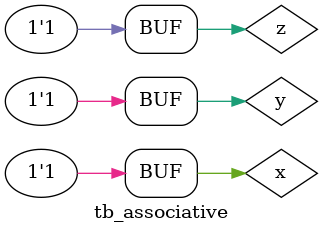
<source format=v>
`timescale 1ns/1ns
module tb_associative();
  reg x, y, z;
  wire s0, temp0, s1, temp1;
  
  or2 u0(x, y, temp0);
  or2 u1(temp0, z, s0);
  
  or2 u2(y, z, temp1);
  or2 u3(temp1, x, s1);
  
  initial
  begin
    x = 0; y = 0; z = 0;
    #100; x = 0; y = 0; z = 1;
    #100; x = 0; y = 1; z = 0;
    #100; x = 0; y = 1; z = 1;
    #100; x = 1; y = 0; z = 0;
    #100; x = 1; y = 0; z = 1;
    #100; x = 1; y = 1; z = 0;
    #100; x = 1; y = 1; z = 1;
  end
  
endmodule


</source>
